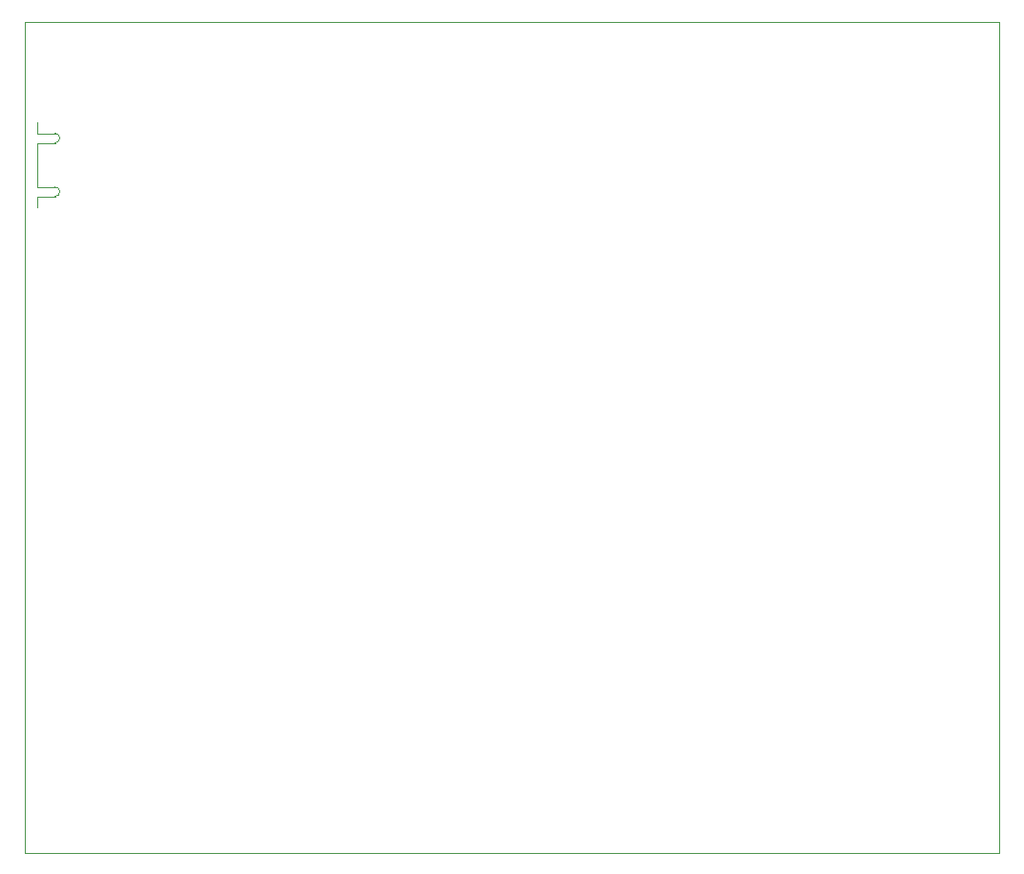
<source format=gbr>
%TF.GenerationSoftware,KiCad,Pcbnew,7.0.5-0*%
%TF.CreationDate,2023-06-15T01:07:24+01:00*%
%TF.ProjectId,EEPROM Programmer,45455052-4f4d-4205-9072-6f6772616d6d,rev?*%
%TF.SameCoordinates,Original*%
%TF.FileFunction,Profile,NP*%
%FSLAX46Y46*%
G04 Gerber Fmt 4.6, Leading zero omitted, Abs format (unit mm)*
G04 Created by KiCad (PCBNEW 7.0.5-0) date 2023-06-15 01:07:24*
%MOMM*%
%LPD*%
G01*
G04 APERTURE LIST*
%TA.AperFunction,Profile*%
%ADD10C,0.100000*%
%TD*%
G04 APERTURE END LIST*
D10*
X99060000Y-86360000D02*
X12700000Y-86360000D01*
X12700000Y-12700000D01*
X99060000Y-12700000D01*
X99060000Y-86360000D01*
%TO.C,J2*%
X13790000Y-21650000D02*
X13790000Y-22600000D01*
X15365000Y-22600000D02*
X13790000Y-22600000D01*
X13790000Y-28200000D02*
X13790000Y-29150000D01*
X15365000Y-23450000D02*
X13790000Y-23450000D01*
X15365000Y-27350000D02*
X13790000Y-27350000D01*
X15365000Y-28200000D02*
X13790000Y-28200000D01*
X13790000Y-23450000D02*
X13790000Y-27350000D01*
X15365000Y-28200000D02*
G75*
G03*
X15365000Y-27350000I0J425000D01*
G01*
X15365000Y-23450000D02*
G75*
G03*
X15365000Y-22600000I0J425000D01*
G01*
%TD*%
M02*

</source>
